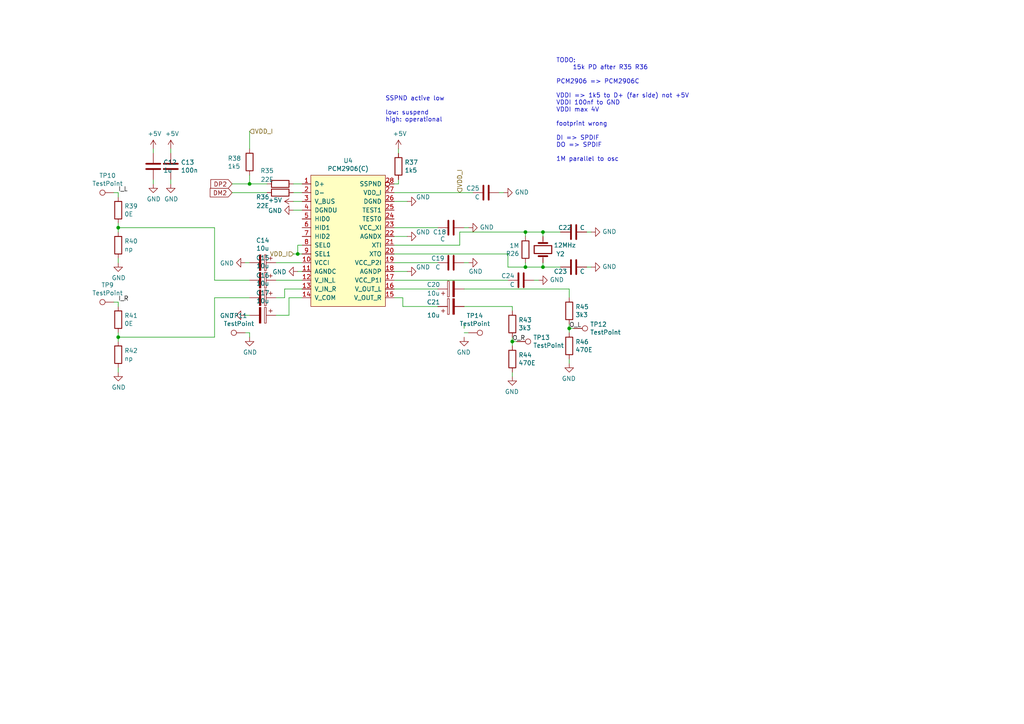
<source format=kicad_sch>
(kicad_sch (version 20211123) (generator eeschema)
  (paper "A4")
  (title_block (title "USB-Interface ") (company "OE2LSP") (comment 1 "CC0, Public Domain"))
  (lib_symbols
    (symbol "Connector:TestPoint" (pin_numbers hide) (pin_names (offset 0.762) hide)
      (property "Reference" "TP" (at 0 6.858 0))
      (property "Value" "TestPoint" (at 0 5.08 0))
      (symbol "TestPoint_0_1"
        (circle (center 0 3.302) (radius 0.762))
      )
      (symbol "TestPoint_1_1"
        (pin passive line (at 0 0 90) (length 2.54) (name "1") (number "1"))
      )
    )
    (symbol "Device:C" (pin_numbers hide) (pin_names (offset 0.254))
      (property "Reference" "C" (at 0.635 2.54 0))
      (property "Value" "C" (at 0.635 -2.54 0))
      (symbol "C_0_1"
        (polyline (pts (xy -2.032 -0.762) (xy 2.032 -0.762)) (stroke (width 0.508)))
        (polyline (pts (xy -2.032 0.762) (xy 2.032 0.762)) (stroke (width 0.508)))
      )
      (symbol "C_1_1"
        (pin passive line (at 0 3.81 270) (length 2.794) (name "~") (number "1"))
        (pin passive line (at 0 -3.81 90) (length 2.794) (name "~") (number "2"))
      )
    )
    (symbol "Device:CP" (pin_numbers hide) (pin_names (offset 0.254))
      (property "Reference" "C" (at 0.635 2.54 0))
      (property "Value" "Device_CP" (at 0.635 -2.54 0))
      (symbol "CP_0_1"
        (rectangle (start -2.286 0.508) (end 2.286 1.016))
        (polyline (pts (xy -1.778 2.286) (xy -0.762 2.286)))
        (polyline (pts (xy -1.27 2.794) (xy -1.27 1.778)))
        (rectangle (start 2.286 -0.508) (end -2.286 -1.016) (fill (type outline)))
      )
      (symbol "CP_1_1"
        (pin passive line (at 0 3.81 270) (length 2.794) (name "~") (number "1"))
        (pin passive line (at 0 -3.81 90) (length 2.794) (name "~") (number "2"))
      )
    )
    (symbol "Device:Crystal" (pin_numbers hide) (pin_names (offset 1.016) hide)
      (property "Reference" "Y" (at 0 3.81 0))
      (property "Value" "Crystal" (at 0 -3.81 0))
      (symbol "Crystal_0_1"
        (rectangle (start -1.143 2.54) (end 1.143 -2.54) (stroke (width 0.3048)))
        (polyline (pts (xy -2.54 0) (xy -1.905 0)))
        (polyline (pts (xy -1.905 -1.27) (xy -1.905 1.27)) (stroke (width 0.508)))
        (polyline (pts (xy 1.905 -1.27) (xy 1.905 1.27)) (stroke (width 0.508)))
        (polyline (pts (xy 2.54 0) (xy 1.905 0)))
      )
      (symbol "Crystal_1_1"
        (pin passive line (at -3.81 0 0) (length 1.27) (name "1") (number "1"))
        (pin passive line (at 3.81 0 180) (length 1.27) (name "2") (number "2"))
      )
    )
    (symbol "Device:R" (pin_numbers hide) (pin_names (offset 0))
      (property "Reference" "R" (at 2.032 0 90))
      (property "Value" "R" (at 0 0 90))
      (symbol "R_0_1"
        (rectangle (start -1.016 -2.54) (end 1.016 2.54) (stroke (width 0.254)))
      )
      (symbol "R_1_1"
        (pin passive line (at 0 3.81 270) (length 1.27) (name "~") (number "1"))
        (pin passive line (at 0 -3.81 90) (length 1.27) (name "~") (number "2"))
      )
    )
    (symbol "power:+5V" (power) (pin_names (offset 0))
      (property "Value" "+5V" (at 0 3.556 0))
      (symbol "+5V_0_1"
        (polyline (pts (xy -0.762 1.27) (xy 0 2.54)))
        (polyline (pts (xy 0 0) (xy 0 2.54)))
        (polyline (pts (xy 0 2.54) (xy 0.762 1.27)))
      )
      (symbol "+5V_1_1"
        (pin power_in line (at 0 0 90) (length 0) hide (name "+5V") (number "1"))
      )
    )
    (symbol "power:GND" (power) (pin_names (offset 0))
      (property "Value" "GND" (at 0 -3.81 0))
      (symbol "GND_0_1"
        (polyline (pts (xy 0 0) (xy 0 -1.27) (xy 1.27 -1.27) (xy 0 -2.54) (xy -1.27 -1.27) (xy 0 -1.27)))
      )
      (symbol "GND_1_1"
        (pin power_in line (at 0 0 270) (length 0) hide (name "GND") (number "1"))
      )
    )
    (symbol "usb-interface:PCM2906" (pin_names (offset 1.016))
      (property "Reference" "U" (at -5.08 21.59 0))
      (property "Value" "PCM2906" (at -1.27 19.05 0))
      (symbol "PCM2906_0_1"
        (rectangle (start -10.16 17.78) (end 11.43 -20.32) (fill (type background)))
      )
      (symbol "PCM2906_1_1"
        (pin input line (at -12.7 15.24 0) (length 2.54) (name "D+") (number "1"))
        (pin input line (at -12.7 -7.62 0) (length 2.54) (name "VCCI") (number "10"))
        (pin input line (at -12.7 -10.16 0) (length 2.54) (name "AGNDC") (number "11"))
        (pin input line (at -12.7 -12.7 0) (length 2.54) (name "V_IN_L") (number "12"))
        (pin input line (at -12.7 -15.24 0) (length 2.54) (name "V_IN_R") (number "13"))
        (pin input line (at -12.7 -17.78 0) (length 2.54) (name "V_COM") (number "14"))
        (pin input line (at 13.97 -17.78 180) (length 2.54) (name "V_OUT_R") (number "15"))
        (pin input line (at 13.97 -15.24 180) (length 2.54) (name "V_OUT_L") (number "16"))
        (pin input line (at 13.97 -12.7 180) (length 2.54) (name "VCC_P1I") (number "17"))
        (pin input line (at 13.97 -10.16 180) (length 2.54) (name "AGNDP") (number "18"))
        (pin input line (at 13.97 -7.62 180) (length 2.54) (name "VCC_P2I") (number "19"))
        (pin input line (at -12.7 12.7 0) (length 2.54) (name "D-") (number "2"))
        (pin input line (at 13.97 -5.08 180) (length 2.54) (name "XTO") (number "20"))
        (pin input line (at 13.97 -2.54 180) (length 2.54) (name "XTI") (number "21"))
        (pin input line (at 13.97 0 180) (length 2.54) (name "AGNDX") (number "22"))
        (pin input line (at 13.97 2.54 180) (length 2.54) (name "VCC_XI") (number "23"))
        (pin input line (at 13.97 5.08 180) (length 2.54) (name "TEST0") (number "24"))
        (pin input line (at 13.97 7.62 180) (length 2.54) (name "TEST1") (number "25"))
        (pin input line (at 13.97 10.16 180) (length 2.54) (name "DGND") (number "26"))
        (pin input line (at 13.97 12.7 180) (length 2.54) (name "VDD_I") (number "27"))
        (pin input inverted (at 13.97 15.24 180) (length 2.54) (name "SSPND") (number "28"))
        (pin input line (at -12.7 10.16 0) (length 2.54) (name "V_BUS") (number "3"))
        (pin input line (at -12.7 7.62 0) (length 2.54) (name "DGNDU") (number "4"))
        (pin input line (at -12.7 5.08 0) (length 2.54) (name "HID0") (number "5"))
        (pin input line (at -12.7 2.54 0) (length 2.54) (name "HID1") (number "6"))
        (pin input line (at -12.7 0 0) (length 2.54) (name "HID2") (number "7"))
        (pin input line (at -12.7 -2.54 0) (length 2.54) (name "SEL0") (number "8"))
        (pin input line (at -12.7 -5.08 0) (length 2.54) (name "SEL1") (number "9"))
      )
    )
  )
  (junction (at 157.48 67.31))
  (junction (at 152.4 77.47))
  (junction (at 152.4 67.31))
  (junction (at 72.39 53.34))
  (junction (at 34.29 66.04))
  (junction (at 148.59 99.06))
  (junction (at 157.48 77.47))
  (junction (at 165.1 95.25))
  (junction (at 86.36 73.66))
  (junction (at 34.29 97.79))
  (wire (pts (xy 148.59 99.06) (xy 148.59 100.33)))
  (wire (pts (xy 144.78 55.88) (xy 146.05 55.88)))
  (wire (pts (xy 85.09 73.66) (xy 86.36 73.66)))
  (wire (pts (xy 34.29 74.93) (xy 34.29 76.2)))
  (wire (pts (xy 87.63 55.88) (xy 85.09 55.88)))
  (wire (pts (xy 85.09 53.34) (xy 87.63 53.34)))
  (wire (pts (xy 157.48 76.2) (xy 157.48 77.47)))
  (wire (pts (xy 114.3 73.66) (xy 147.32 73.66)))
  (wire (pts (xy 86.36 73.66) (xy 87.63 73.66)))
  (wire (pts (xy 115.57 43.18) (xy 115.57 44.45)))
  (wire (pts (xy 80.01 91.44) (xy 83.82 91.44)))
  (wire (pts (xy 114.3 83.82) (xy 127 83.82)))
  (wire (pts (xy 165.1 95.25) (xy 165.1 96.52)))
  (wire (pts (xy 170.18 77.47) (xy 171.45 77.47)))
  (wire (pts (xy 148.59 109.22) (xy 148.59 107.95)))
  (wire (pts (xy 135.89 66.04) (xy 134.62 66.04)))
  (wire (pts (xy 87.63 71.12) (xy 86.36 71.12)))
  (wire (pts (xy 157.48 67.31) (xy 162.56 67.31)))
  (wire (pts (xy 85.09 58.42) (xy 87.63 58.42)))
  (wire (pts (xy 134.62 88.9) (xy 148.59 88.9)))
  (wire (pts (xy 114.3 86.36) (xy 116.84 86.36)))
  (wire (pts (xy 148.59 88.9) (xy 148.59 90.17)))
  (wire (pts (xy 44.45 44.45) (xy 44.45 43.18)))
  (wire (pts (xy 72.39 53.34) (xy 77.47 53.34)))
  (wire (pts (xy 148.59 97.79) (xy 148.59 99.06)))
  (wire (pts (xy 116.84 86.36) (xy 116.84 88.9)))
  (wire (pts (xy 87.63 60.96) (xy 85.09 60.96)))
  (wire (pts (xy 34.29 106.68) (xy 34.29 107.95)))
  (wire (pts (xy 114.3 66.04) (xy 127 66.04)))
  (wire (pts (xy 114.3 71.12) (xy 133.35 71.12)))
  (wire (pts (xy 114.3 81.28) (xy 147.32 81.28)))
  (wire (pts (xy 115.57 53.34) (xy 114.3 53.34)))
  (wire (pts (xy 87.63 86.36) (xy 83.82 86.36)))
  (wire (pts (xy 72.39 96.52) (xy 71.12 96.52)))
  (wire (pts (xy 72.39 97.79) (xy 72.39 96.52)))
  (wire (pts (xy 114.3 78.74) (xy 118.11 78.74)))
  (wire (pts (xy 34.29 57.15) (xy 34.29 55.88)))
  (wire (pts (xy 134.62 95.25) (xy 134.62 93.98)))
  (wire (pts (xy 147.32 73.66) (xy 147.32 77.47)))
  (wire (pts (xy 62.23 66.04) (xy 62.23 81.28)))
  (wire (pts (xy 34.29 97.79) (xy 34.29 99.06)))
  (wire (pts (xy 114.3 68.58) (xy 118.11 68.58)))
  (wire (pts (xy 82.55 86.36) (xy 82.55 83.82)))
  (wire (pts (xy 115.57 52.07) (xy 115.57 53.34)))
  (wire (pts (xy 72.39 50.8) (xy 72.39 53.34)))
  (wire (pts (xy 62.23 86.36) (xy 72.39 86.36)))
  (wire (pts (xy 157.48 77.47) (xy 162.56 77.47)))
  (wire (pts (xy 147.32 77.47) (xy 152.4 77.47)))
  (wire (pts (xy 34.29 97.79) (xy 62.23 97.79)))
  (wire (pts (xy 166.37 95.25) (xy 165.1 95.25)))
  (wire (pts (xy 134.62 96.52) (xy 135.89 96.52)))
  (wire (pts (xy 165.1 105.41) (xy 165.1 104.14)))
  (wire (pts (xy 80.01 81.28) (xy 87.63 81.28)))
  (wire (pts (xy 152.4 67.31) (xy 152.4 68.58)))
  (wire (pts (xy 82.55 86.36) (xy 80.01 86.36)))
  (wire (pts (xy 165.1 83.82) (xy 165.1 86.36)))
  (wire (pts (xy 87.63 76.2) (xy 80.01 76.2)))
  (wire (pts (xy 135.89 76.2) (xy 134.62 76.2)))
  (wire (pts (xy 133.35 67.31) (xy 133.35 71.12)))
  (wire (pts (xy 86.36 71.12) (xy 86.36 73.66)))
  (wire (pts (xy 127 76.2) (xy 114.3 76.2)))
  (wire (pts (xy 133.35 67.31) (xy 152.4 67.31)))
  (wire (pts (xy 62.23 81.28) (xy 72.39 81.28)))
  (wire (pts (xy 165.1 93.98) (xy 165.1 95.25)))
  (wire (pts (xy 34.29 96.52) (xy 34.29 97.79)))
  (wire (pts (xy 154.94 81.28) (xy 156.21 81.28)))
  (wire (pts (xy 67.31 53.34) (xy 72.39 53.34)))
  (wire (pts (xy 72.39 91.44) (xy 71.12 91.44)))
  (wire (pts (xy 34.29 64.77) (xy 34.29 66.04)))
  (wire (pts (xy 34.29 87.63) (xy 34.29 88.9)))
  (wire (pts (xy 34.29 66.04) (xy 62.23 66.04)))
  (wire (pts (xy 82.55 83.82) (xy 87.63 83.82)))
  (wire (pts (xy 152.4 67.31) (xy 157.48 67.31)))
  (wire (pts (xy 67.31 55.88) (xy 77.47 55.88)))
  (wire (pts (xy 116.84 88.9) (xy 127 88.9)))
  (wire (pts (xy 171.45 67.31) (xy 170.18 67.31)))
  (wire (pts (xy 118.11 58.42) (xy 114.3 58.42)))
  (wire (pts (xy 34.29 55.88) (xy 33.02 55.88)))
  (wire (pts (xy 157.48 67.31) (xy 157.48 68.58)))
  (wire (pts (xy 34.29 66.04) (xy 34.29 67.31)))
  (wire (pts (xy 49.53 43.18) (xy 49.53 44.45)))
  (wire (pts (xy 33.02 87.63) (xy 34.29 87.63)))
  (wire (pts (xy 114.3 55.88) (xy 137.16 55.88)))
  (wire (pts (xy 72.39 38.1) (xy 72.39 43.18)))
  (wire (pts (xy 49.53 52.07) (xy 49.53 53.34)))
  (wire (pts (xy 152.4 76.2) (xy 152.4 77.47)))
  (wire (pts (xy 152.4 77.47) (xy 157.48 77.47)))
  (wire (pts (xy 86.36 78.74) (xy 87.63 78.74)))
  (wire (pts (xy 83.82 86.36) (xy 83.82 91.44)))
  (wire (pts (xy 44.45 52.07) (xy 44.45 53.34)))
  (wire (pts (xy 62.23 97.79) (xy 62.23 86.36)))
  (wire (pts (xy 71.12 76.2) (xy 72.39 76.2)))
  (wire (pts (xy 148.59 99.06) (xy 149.86 99.06)))
  (wire (pts (xy 134.62 83.82) (xy 165.1 83.82)))
  (text "TODO:\n	15k PD after R35 R36\n\nPCM2906 => PCM2906C\n\nVDDI => 1k5 to D+ (far side) not +5V	\nVDDI 100nf to GND\nVDDI max 4V\n\nfootprint wrong\n\nDI => SPDIF\nDO => SPDIF\n\n1M parallel to osc" (at 161.29 46.99 0) (effects (font (size 1.27 1.27)) (justify left bottom)))
  (text "SSPND active low\n\nlow: suspend\nhigh: operational" (at 111.76 35.56 0) (effects (font (size 1.27 1.27)) (justify left bottom)))
  (label "I_L" (at 34.29 55.88 0))
  (label "O_R" (at 148.59 99.06 0))
  (label "I_R" (at 34.29 87.63 0))
  (label "O_L" (at 165.1 95.25 0))
  (global_label "DM2" (shape input) (at 67.31 55.88 180) (property "Intersheet References" "${INTERSHEET_REFS}" (effects hide)))
  (global_label "DP2" (shape input) (at 67.31 53.34 180) (property "Intersheet References" "${INTERSHEET_REFS}" (effects hide)))
  (hierarchical_label "VDD_I" (shape input) (at 72.39 38.1 0))
  (hierarchical_label "VDD_I" (shape input) (at 133.35 55.88 90))
  (hierarchical_label "VDD_I" (shape input) (at 85.09 73.66 180))
  (symbol (lib_id "usb-interface:PCM2906") (at 100.33 68.58 0) (unit 1)
    (property "Reference" "U4" (at 100.965 46.609 0))
    (property "Value" "PCM2906(C)" (at 100.965 48.9204 0))
    (property "Footprint" "Package_SO:SSOP-28_5.3x10.2mm_P0.65mm" (effects hide))
  )
  (symbol (lib_id "Device:C") (at 49.53 48.26 0) (unit 1)
    (property "Reference" "C13" (at 52.451 47.0916 0) (effects (justify left)))
    (property "Value" "100n" (at 52.451 49.403 0) (effects (justify left)))
    (property "Footprint" "Capacitor_SMD:C_0603_1608Metric" (effects hide))
  )
  (symbol (lib_id "Device:R") (at 81.28 53.34 270) (unit 1)
    (property "Reference" "R35" (at 77.47 49.53 90))
    (property "Value" "22E" (at 77.47 52.07 90))
    (property "Footprint" "Resistor_SMD:R_0603_1608Metric_Pad0.98x0.95mm_HandSolder" (effects hide))
  )
  (symbol (lib_id "Device:R") (at 81.28 55.88 270) (unit 1)
    (property "Reference" "R36" (at 76.2 57.15 90))
    (property "Value" "22E" (at 76.2 59.69 90))
    (property "Footprint" "Resistor_SMD:R_0603_1608Metric_Pad0.98x0.95mm_HandSolder" (effects hide))
  )
  (symbol (lib_id "Device:R") (at 115.57 48.26 180) (unit 1)
    (property "Reference" "R37" (at 117.348 47.0916 0) (effects (justify right)))
    (property "Value" "1k5" (at 117.348 49.403 0) (effects (justify right)))
    (property "Footprint" "Resistor_SMD:R_0603_1608Metric_Pad0.98x0.95mm_HandSolder" (effects hide))
  )
  (symbol (lib_id "power:GND") (at 118.11 58.42 90) (unit 1)
    (property "Reference" "#PWR065" (effects hide))
    (property "Value" "GND" (at 120.65 57.15 90) (effects (justify right)))
  )
  (symbol (lib_id "Device:C") (at 130.81 66.04 270) (unit 1)
    (property "Reference" "C18" (at 127.508 67.31 90))
    (property "Value" "C" (at 128.397 69.342 90))
    (property "Footprint" "Capacitor_SMD:C_0603_1608Metric" (effects hide))
  )
  (symbol (lib_id "power:GND") (at 135.89 66.04 90) (unit 1)
    (property "Reference" "#PWR070" (effects hide))
    (property "Value" "GND" (at 139.1412 65.913 90) (effects (justify right)))
  )
  (symbol (lib_id "Device:C") (at 166.37 67.31 270) (unit 1)
    (property "Reference" "C22" (at 163.83 66.04 90))
    (property "Value" "C" (at 168.91 66.04 90))
    (property "Footprint" "Capacitor_SMD:C_0603_1608Metric" (effects hide))
  )
  (symbol (lib_id "Device:C") (at 166.37 77.47 270) (unit 1)
    (property "Reference" "C23" (at 162.56 78.74 90))
    (property "Value" "C" (at 168.91 78.74 90))
    (property "Footprint" "Capacitor_SMD:C_0603_1608Metric" (effects hide))
  )
  (symbol (lib_id "Device:CP") (at 130.81 83.82 90) (unit 1)
    (property "Reference" "C20" (at 125.73 82.55 90))
    (property "Value" "10u" (at 125.73 85.09 90))
    (property "Footprint" "Capacitor_SMD:CP_Elec_6.3x5.9" (effects hide))
  )
  (symbol (lib_id "Device:CP") (at 130.81 88.9 90) (unit 1)
    (property "Reference" "C21" (at 125.73 87.63 90))
    (property "Value" "10u" (at 125.73 91.44 90))
    (property "Footprint" "Capacitor_SMD:CP_Elec_6.3x5.9" (effects hide))
  )
  (symbol (lib_id "Device:C") (at 151.13 81.28 270) (unit 1)
    (property "Reference" "C24" (at 147.32 80.01 90))
    (property "Value" "C" (at 148.59 82.55 90))
    (property "Footprint" "Capacitor_SMD:C_0603_1608Metric" (effects hide))
  )
  (symbol (lib_id "power:GND") (at 156.21 81.28 90) (unit 1)
    (property "Reference" "#PWR074" (effects hide))
    (property "Value" "GND" (at 159.4612 81.153 90) (effects (justify right)))
  )
  (symbol (lib_id "power:GND") (at 118.11 78.74 90) (unit 1)
    (property "Reference" "#PWR068" (effects hide))
    (property "Value" "GND" (at 120.65 77.47 90) (effects (justify right)))
  )
  (symbol (lib_id "Device:C") (at 130.81 76.2 270) (unit 1)
    (property "Reference" "C19" (at 127 74.93 90))
    (property "Value" "C" (at 127 77.47 90))
    (property "Footprint" "Capacitor_SMD:C_0603_1608Metric" (effects hide))
  )
  (symbol (lib_id "power:GND") (at 135.89 76.2 90) (unit 1)
    (property "Reference" "#PWR071" (effects hide))
    (property "Value" "GND" (at 135.89 78.74 90) (effects (justify right)))
  )
  (symbol (lib_id "power:GND") (at 118.11 68.58 90) (unit 1)
    (property "Reference" "#PWR067" (effects hide))
    (property "Value" "GND" (at 120.65 67.31 90) (effects (justify right)))
  )
  (symbol (lib_id "power:+5V") (at 115.57 43.18 0) (unit 1)
    (property "Reference" "#PWR063" (effects hide))
    (property "Value" "+5V" (at 115.951 38.7858 0))
  )
  (symbol (lib_id "power:+5V") (at 85.09 58.42 90) (unit 1)
    (property "Reference" "#PWR060" (effects hide))
    (property "Value" "+5V" (at 81.8388 58.039 90) (effects (justify left)))
  )
  (symbol (lib_id "power:GND") (at 85.09 60.96 270) (unit 1)
    (property "Reference" "#PWR061" (effects hide))
    (property "Value" "GND" (at 81.8388 61.087 90) (effects (justify right)))
  )
  (symbol (lib_id "Device:R") (at 72.39 46.99 180) (unit 1)
    (property "Reference" "R38" (at 66.04 45.9486 0) (effects (justify right)))
    (property "Value" "1k5" (at 66.04 48.26 0) (effects (justify right)))
    (property "Footprint" "Resistor_SMD:R_0603_1608Metric_Pad0.98x0.95mm_HandSolder" (effects hide))
  )
  (symbol (lib_id "Device:CP") (at 76.2 76.2 270) (unit 1)
    (property "Reference" "C14" (at 76.2 69.723 90))
    (property "Value" "10u" (at 76.2 72.0344 90))
    (property "Footprint" "Capacitor_SMD:CP_Elec_6.3x5.9" (effects hide))
  )
  (symbol (lib_id "Device:CP") (at 76.2 81.28 270) (unit 1)
    (property "Reference" "C15" (at 76.2 74.803 90))
    (property "Value" "10u" (at 76.2 77.1144 90))
    (property "Footprint" "Capacitor_SMD:CP_Elec_6.3x5.9" (effects hide))
  )
  (symbol (lib_id "Device:CP") (at 76.2 86.36 270) (unit 1)
    (property "Reference" "C16" (at 76.2 79.883 90))
    (property "Value" "10u" (at 76.2 82.1944 90))
    (property "Footprint" "Capacitor_SMD:CP_Elec_6.3x5.9" (effects hide))
  )
  (symbol (lib_id "Device:CP") (at 76.2 91.44 270) (unit 1)
    (property "Reference" "C17" (at 76.2 84.963 90))
    (property "Value" "10u" (at 76.2 87.2744 90))
    (property "Footprint" "Capacitor_SMD:CP_Elec_6.3x5.9" (effects hide))
  )
  (symbol (lib_id "power:GND") (at 86.36 78.74 270) (unit 1)
    (property "Reference" "#PWR062" (effects hide))
    (property "Value" "GND" (at 83.1088 78.867 90) (effects (justify right)))
  )
  (symbol (lib_id "power:GND") (at 71.12 76.2 270) (unit 1)
    (property "Reference" "#PWR057" (effects hide))
    (property "Value" "GND" (at 67.8688 76.327 90) (effects (justify right)))
  )
  (symbol (lib_id "power:GND") (at 71.12 91.44 270) (unit 1)
    (property "Reference" "#PWR058" (effects hide))
    (property "Value" "GND" (at 67.8688 91.567 90) (effects (justify right)))
  )
  (symbol (lib_id "power:+5V") (at 49.53 43.18 0) (unit 1)
    (property "Reference" "#PWR055" (effects hide))
    (property "Value" "+5V" (at 49.911 38.7858 0))
  )
  (symbol (lib_id "power:GND") (at 49.53 53.34 0) (unit 1)
    (property "Reference" "#PWR056" (effects hide))
    (property "Value" "GND" (at 49.657 57.7342 0))
  )
  (symbol (lib_id "Device:C") (at 44.45 48.26 0) (unit 1)
    (property "Reference" "C12" (at 47.371 47.0916 0) (effects (justify left)))
    (property "Value" "1u" (at 47.371 49.403 0) (effects (justify left)))
    (property "Footprint" "Capacitor_SMD:C_0603_1608Metric" (effects hide))
  )
  (symbol (lib_id "power:+5V") (at 44.45 43.18 0) (unit 1)
    (property "Reference" "#PWR053" (effects hide))
    (property "Value" "+5V" (at 44.831 38.7858 0))
  )
  (symbol (lib_id "power:GND") (at 44.45 53.34 0) (unit 1)
    (property "Reference" "#PWR054" (effects hide))
    (property "Value" "GND" (at 44.577 57.7342 0))
  )
  (symbol (lib_id "power:GND") (at 171.45 77.47 90) (unit 1)
    (property "Reference" "#PWR073" (effects hide))
    (property "Value" "GND" (at 174.7012 77.343 90) (effects (justify right)))
  )
  (symbol (lib_id "power:GND") (at 171.45 67.31 90) (unit 1)
    (property "Reference" "#PWR072" (effects hide))
    (property "Value" "GND" (at 174.7012 67.183 90) (effects (justify right)))
  )
  (symbol (lib_id "Device:Crystal") (at 157.48 72.39 90) (unit 1)
    (property "Reference" "Y2" (at 162.56 73.66 90))
    (property "Value" "12MHz" (at 163.83 71.12 90))
    (property "Footprint" "Crystal:Crystal_SMD_HC49-SD" (effects hide))
  )
  (symbol (lib_id "Connector:TestPoint") (at 166.37 95.25 270) (unit 1)
    (property "Reference" "TP12" (at 171.1452 94.0816 90) (effects (justify left)))
    (property "Value" "TestPoint" (at 171.1452 96.393 90) (effects (justify left)))
    (property "Footprint" "TestPoint:TestPoint_Pad_1.5x1.5mm" (effects hide))
  )
  (symbol (lib_id "Connector:TestPoint") (at 149.86 99.06 270) (unit 1)
    (property "Reference" "TP13" (at 154.6352 97.8916 90) (effects (justify left)))
    (property "Value" "TestPoint" (at 154.6352 100.203 90) (effects (justify left)))
    (property "Footprint" "TestPoint:TestPoint_Pad_1.5x1.5mm" (effects hide))
  )
  (symbol (lib_id "Connector:TestPoint") (at 33.02 87.63 90) (unit 1)
    (property "Reference" "TP9" (at 31.1912 82.677 90))
    (property "Value" "TestPoint" (at 31.1912 84.9884 90))
    (property "Footprint" "TestPoint:TestPoint_Pad_1.5x1.5mm" (effects hide))
  )
  (symbol (lib_id "Connector:TestPoint") (at 33.02 55.88 90) (unit 1)
    (property "Reference" "TP10" (at 31.1912 50.927 90))
    (property "Value" "TestPoint" (at 31.1912 53.2384 90))
    (property "Footprint" "TestPoint:TestPoint_Pad_1.5x1.5mm" (effects hide))
  )
  (symbol (lib_id "Connector:TestPoint") (at 71.12 96.52 90) (unit 1)
    (property "Reference" "TP11" (at 69.2912 91.567 90))
    (property "Value" "TestPoint" (at 69.2912 93.8784 90))
    (property "Footprint" "TestPoint:TestPoint_Pad_1.5x1.5mm" (effects hide))
  )
  (symbol (lib_id "power:GND") (at 72.39 97.79 0) (unit 1)
    (property "Reference" "#PWR059" (effects hide))
    (property "Value" "GND" (at 72.517 102.1842 0))
  )
  (symbol (lib_id "Connector:TestPoint") (at 135.89 96.52 270) (mirror x) (unit 1)
    (property "Reference" "TP14" (at 137.7188 91.567 90))
    (property "Value" "TestPoint" (at 137.7188 93.8784 90))
    (property "Footprint" "TestPoint:TestPoint_Pad_1.5x1.5mm" (effects hide))
  )
  (symbol (lib_id "power:GND") (at 134.62 97.79 0) (mirror y) (unit 1)
    (property "Reference" "#PWR069" (effects hide))
    (property "Value" "GND" (at 134.493 102.1842 0))
  )
  (symbol (lib_id "Device:R") (at 165.1 90.17 180) (unit 1)
    (property "Reference" "R45" (at 166.878 89.0016 0) (effects (justify right)))
    (property "Value" "3k3" (at 166.878 91.313 0) (effects (justify right)))
    (property "Footprint" "Resistor_SMD:R_0603_1608Metric_Pad0.98x0.95mm_HandSolder" (effects hide))
  )
  (symbol (lib_id "Device:R") (at 165.1 100.33 180) (unit 1)
    (property "Reference" "R46" (at 166.878 99.1616 0) (effects (justify right)))
    (property "Value" "470E" (at 166.878 101.473 0) (effects (justify right)))
    (property "Footprint" "Resistor_SMD:R_0603_1608Metric_Pad0.98x0.95mm_HandSolder" (effects hide))
  )
  (symbol (lib_id "Device:R") (at 148.59 93.98 180) (unit 1)
    (property "Reference" "R43" (at 150.368 92.8116 0) (effects (justify right)))
    (property "Value" "3k3" (at 150.368 95.123 0) (effects (justify right)))
    (property "Footprint" "Resistor_SMD:R_0603_1608Metric_Pad0.98x0.95mm_HandSolder" (effects hide))
  )
  (symbol (lib_id "Device:R") (at 148.59 104.14 180) (unit 1)
    (property "Reference" "R44" (at 150.368 102.9716 0) (effects (justify right)))
    (property "Value" "470E" (at 150.368 105.283 0) (effects (justify right)))
    (property "Footprint" "Resistor_SMD:R_0603_1608Metric_Pad0.98x0.95mm_HandSolder" (effects hide))
  )
  (symbol (lib_id "power:GND") (at 148.59 109.22 0) (mirror y) (unit 1)
    (property "Reference" "#PWR077" (effects hide))
    (property "Value" "GND" (at 148.463 113.6142 0))
  )
  (symbol (lib_id "power:GND") (at 165.1 105.41 0) (mirror y) (unit 1)
    (property "Reference" "#PWR078" (effects hide))
    (property "Value" "GND" (at 164.973 109.8042 0))
  )
  (symbol (lib_id "Device:R") (at 34.29 92.71 180) (unit 1)
    (property "Reference" "R41" (at 36.068 91.5416 0) (effects (justify right)))
    (property "Value" "0E" (at 36.068 93.853 0) (effects (justify right)))
    (property "Footprint" "Resistor_SMD:R_0603_1608Metric_Pad0.98x0.95mm_HandSolder" (effects hide))
  )
  (symbol (lib_id "Device:R") (at 34.29 102.87 180) (unit 1)
    (property "Reference" "R42" (at 36.068 101.7016 0) (effects (justify right)))
    (property "Value" "np" (at 36.068 104.013 0) (effects (justify right)))
    (property "Footprint" "Resistor_SMD:R_0603_1608Metric_Pad0.98x0.95mm_HandSolder" (effects hide))
  )
  (symbol (lib_id "Device:R") (at 34.29 60.96 180) (unit 1)
    (property "Reference" "R39" (at 36.068 59.7916 0) (effects (justify right)))
    (property "Value" "0E" (at 36.068 62.103 0) (effects (justify right)))
    (property "Footprint" "Resistor_SMD:R_0603_1608Metric_Pad0.98x0.95mm_HandSolder" (effects hide))
  )
  (symbol (lib_id "Device:R") (at 34.29 71.12 180) (unit 1)
    (property "Reference" "R40" (at 36.068 69.9516 0) (effects (justify right)))
    (property "Value" "np" (at 36.068 72.263 0) (effects (justify right)))
    (property "Footprint" "Resistor_SMD:R_0603_1608Metric_Pad0.98x0.95mm_HandSolder" (effects hide))
  )
  (symbol (lib_id "power:GND") (at 34.29 76.2 0) (unit 1)
    (property "Reference" "#PWR075" (effects hide))
    (property "Value" "GND" (at 34.417 80.5942 0))
  )
  (symbol (lib_id "power:GND") (at 34.29 107.95 0) (unit 1)
    (property "Reference" "#PWR076" (effects hide))
    (property "Value" "GND" (at 34.417 112.3442 0))
  )
  (symbol (lib_id "Device:R") (at 152.4 72.39 0) (unit 1)
    (property "Reference" "R26" (at 150.622 73.5584 0) (effects (justify right)))
    (property "Value" "1M" (at 150.622 71.247 0) (effects (justify right)))
    (property "Footprint" "Resistor_SMD:R_0603_1608Metric_Pad0.98x0.95mm_HandSolder" (effects hide))
  )
  (symbol (lib_id "power:GND") (at 146.05 55.88 90) (unit 1)
    (property "Reference" "#PWR0101" (effects hide))
    (property "Value" "GND" (at 149.3012 55.753 90) (effects (justify right)))
  )
  (symbol (lib_id "Device:C") (at 140.97 55.88 270) (unit 1)
    (property "Reference" "C25" (at 137.16 54.61 90))
    (property "Value" "C" (at 138.43 57.15 90))
    (property "Footprint" "Capacitor_SMD:C_0603_1608Metric" (effects hide))
  )
)
</source>
